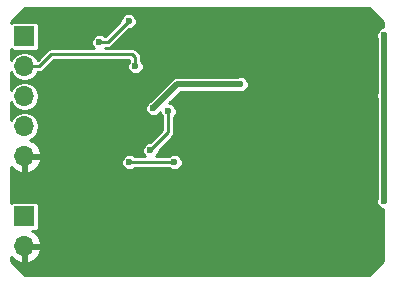
<source format=gbr>
G04 #@! TF.FileFunction,Copper,L2,Bot,Signal*
%FSLAX46Y46*%
G04 Gerber Fmt 4.6, Leading zero omitted, Abs format (unit mm)*
G04 Created by KiCad (PCBNEW 4.0.6) date Thu Aug 31 18:27:20 2017*
%MOMM*%
%LPD*%
G01*
G04 APERTURE LIST*
%ADD10C,0.100000*%
%ADD11R,1.700000X1.700000*%
%ADD12O,1.700000X1.700000*%
%ADD13C,0.600000*%
%ADD14C,0.500000*%
%ADD15C,0.250000*%
%ADD16C,0.254000*%
G04 APERTURE END LIST*
D10*
D11*
X124460000Y-106680000D03*
D12*
X124460000Y-109220000D03*
D11*
X124460000Y-91440000D03*
D12*
X124460000Y-93980000D03*
X124460000Y-96520000D03*
X124460000Y-99060000D03*
X124460000Y-101600000D03*
D13*
X154940000Y-96440000D03*
X154940000Y-91360000D03*
X154940000Y-105410000D03*
X142748000Y-95504000D03*
X135382000Y-97536000D03*
X130556000Y-90170000D03*
X133858000Y-93980000D03*
X136652000Y-97790000D03*
X135128000Y-101092000D03*
X133270000Y-90170000D03*
X130810000Y-91948000D03*
X133350000Y-102108000D03*
X137160000Y-102108000D03*
D14*
X154940000Y-96440000D02*
X154940000Y-96520000D01*
X154940000Y-91440000D02*
X154940000Y-96520000D01*
X154940000Y-96520000D02*
X154940000Y-105410000D01*
X154940000Y-91360000D02*
X154940000Y-91440000D01*
X137414000Y-95504000D02*
X142748000Y-95504000D01*
X135382000Y-97536000D02*
X137414000Y-95504000D01*
D15*
X124460000Y-93980000D02*
X125730000Y-93980000D01*
X133858000Y-93218000D02*
X133858000Y-93980000D01*
X133604000Y-92964000D02*
X133858000Y-93218000D01*
X126746000Y-92964000D02*
X133604000Y-92964000D01*
X125730000Y-93980000D02*
X126746000Y-92964000D01*
X136652000Y-99568000D02*
X136652000Y-97790000D01*
X135128000Y-101092000D02*
X136652000Y-99568000D01*
X131492000Y-91948000D02*
X130810000Y-91948000D01*
X131492000Y-91948000D02*
X133270000Y-90170000D01*
X134112000Y-102108000D02*
X133350000Y-102108000D01*
X137160000Y-102108000D02*
X134112000Y-102108000D01*
D16*
G36*
X154813000Y-90222606D02*
X154813000Y-90678889D01*
X154805135Y-90678882D01*
X154554748Y-90782339D01*
X154363013Y-90973741D01*
X154259118Y-91223946D01*
X154258882Y-91494865D01*
X154309000Y-91616161D01*
X154309000Y-96183818D01*
X154259118Y-96303946D01*
X154258882Y-96574865D01*
X154309000Y-96696161D01*
X154309000Y-105153818D01*
X154259118Y-105273946D01*
X154258882Y-105544865D01*
X154362339Y-105795252D01*
X154553741Y-105986987D01*
X154803946Y-106090882D01*
X154813000Y-106090890D01*
X154813000Y-110437394D01*
X153617394Y-111633000D01*
X124512606Y-111633000D01*
X123317000Y-110437394D01*
X123317000Y-110128085D01*
X123578642Y-110415183D01*
X124103108Y-110661486D01*
X124333000Y-110540819D01*
X124333000Y-109347000D01*
X124587000Y-109347000D01*
X124587000Y-110540819D01*
X124816892Y-110661486D01*
X125341358Y-110415183D01*
X125731645Y-109986924D01*
X125901476Y-109576890D01*
X125780155Y-109347000D01*
X124587000Y-109347000D01*
X124333000Y-109347000D01*
X124313000Y-109347000D01*
X124313000Y-109093000D01*
X124333000Y-109093000D01*
X124333000Y-109073000D01*
X124587000Y-109073000D01*
X124587000Y-109093000D01*
X125780155Y-109093000D01*
X125901476Y-108863110D01*
X125731645Y-108453076D01*
X125341358Y-108024817D01*
X125114895Y-107918464D01*
X125310000Y-107918464D01*
X125451190Y-107891897D01*
X125580865Y-107808454D01*
X125667859Y-107681134D01*
X125698464Y-107530000D01*
X125698464Y-105830000D01*
X125671897Y-105688810D01*
X125588454Y-105559135D01*
X125461134Y-105472141D01*
X125310000Y-105441536D01*
X123610000Y-105441536D01*
X123468810Y-105468103D01*
X123339135Y-105551546D01*
X123317000Y-105583942D01*
X123317000Y-102508085D01*
X123578642Y-102795183D01*
X124103108Y-103041486D01*
X124333000Y-102920819D01*
X124333000Y-101727000D01*
X124587000Y-101727000D01*
X124587000Y-102920819D01*
X124816892Y-103041486D01*
X125341358Y-102795183D01*
X125731645Y-102366924D01*
X125783028Y-102242865D01*
X132668882Y-102242865D01*
X132772339Y-102493252D01*
X132963741Y-102684987D01*
X133213946Y-102788882D01*
X133484865Y-102789118D01*
X133735252Y-102685661D01*
X133807038Y-102614000D01*
X136702877Y-102614000D01*
X136773741Y-102684987D01*
X137023946Y-102788882D01*
X137294865Y-102789118D01*
X137545252Y-102685661D01*
X137736987Y-102494259D01*
X137840882Y-102244054D01*
X137841118Y-101973135D01*
X137737661Y-101722748D01*
X137546259Y-101531013D01*
X137296054Y-101427118D01*
X137025135Y-101426882D01*
X136774748Y-101530339D01*
X136702962Y-101602000D01*
X135581031Y-101602000D01*
X135704987Y-101478259D01*
X135808882Y-101228054D01*
X135808970Y-101126622D01*
X137009796Y-99925796D01*
X137119483Y-99761638D01*
X137158000Y-99568000D01*
X137158000Y-98247123D01*
X137228987Y-98176259D01*
X137332882Y-97926054D01*
X137333118Y-97655135D01*
X137229661Y-97404748D01*
X137038259Y-97213013D01*
X136788054Y-97109118D01*
X136701326Y-97109042D01*
X137675368Y-96135000D01*
X142491818Y-96135000D01*
X142611946Y-96184882D01*
X142882865Y-96185118D01*
X143133252Y-96081661D01*
X143324987Y-95890259D01*
X143428882Y-95640054D01*
X143429118Y-95369135D01*
X143325661Y-95118748D01*
X143134259Y-94927013D01*
X142884054Y-94823118D01*
X142613135Y-94822882D01*
X142491839Y-94873000D01*
X137414000Y-94873000D01*
X137172527Y-94921032D01*
X136967816Y-95057816D01*
X135116965Y-96908667D01*
X134996748Y-96958339D01*
X134805013Y-97149741D01*
X134701118Y-97399946D01*
X134700882Y-97670865D01*
X134804339Y-97921252D01*
X134995741Y-98112987D01*
X135245946Y-98216882D01*
X135516865Y-98217118D01*
X135767252Y-98113661D01*
X135958987Y-97922259D01*
X135970909Y-97893547D01*
X135970882Y-97924865D01*
X136074339Y-98175252D01*
X136146000Y-98247038D01*
X136146000Y-99358408D01*
X135093439Y-100410969D01*
X134993135Y-100410882D01*
X134742748Y-100514339D01*
X134551013Y-100705741D01*
X134447118Y-100955946D01*
X134446882Y-101226865D01*
X134550339Y-101477252D01*
X134674870Y-101602000D01*
X133807123Y-101602000D01*
X133736259Y-101531013D01*
X133486054Y-101427118D01*
X133215135Y-101426882D01*
X132964748Y-101530339D01*
X132773013Y-101721741D01*
X132669118Y-101971946D01*
X132668882Y-102242865D01*
X125783028Y-102242865D01*
X125901476Y-101956890D01*
X125780155Y-101727000D01*
X124587000Y-101727000D01*
X124333000Y-101727000D01*
X124313000Y-101727000D01*
X124313000Y-101473000D01*
X124333000Y-101473000D01*
X124333000Y-101453000D01*
X124587000Y-101453000D01*
X124587000Y-101473000D01*
X125780155Y-101473000D01*
X125901476Y-101243110D01*
X125731645Y-100833076D01*
X125341358Y-100404817D01*
X124916053Y-100205083D01*
X124955200Y-100197296D01*
X125354565Y-99930448D01*
X125621413Y-99531083D01*
X125715117Y-99060000D01*
X125621413Y-98588917D01*
X125354565Y-98189552D01*
X124955200Y-97922704D01*
X124484117Y-97829000D01*
X124435883Y-97829000D01*
X123964800Y-97922704D01*
X123565435Y-98189552D01*
X123317000Y-98561360D01*
X123317000Y-97018640D01*
X123565435Y-97390448D01*
X123964800Y-97657296D01*
X124435883Y-97751000D01*
X124484117Y-97751000D01*
X124955200Y-97657296D01*
X125354565Y-97390448D01*
X125621413Y-96991083D01*
X125715117Y-96520000D01*
X125621413Y-96048917D01*
X125354565Y-95649552D01*
X124955200Y-95382704D01*
X124484117Y-95289000D01*
X124435883Y-95289000D01*
X123964800Y-95382704D01*
X123565435Y-95649552D01*
X123317000Y-96021360D01*
X123317000Y-94478640D01*
X123565435Y-94850448D01*
X123964800Y-95117296D01*
X124435883Y-95211000D01*
X124484117Y-95211000D01*
X124955200Y-95117296D01*
X125354565Y-94850448D01*
X125598082Y-94486000D01*
X125730000Y-94486000D01*
X125923638Y-94447483D01*
X126087796Y-94337796D01*
X126955592Y-93470000D01*
X133352000Y-93470000D01*
X133352000Y-93522877D01*
X133281013Y-93593741D01*
X133177118Y-93843946D01*
X133176882Y-94114865D01*
X133280339Y-94365252D01*
X133471741Y-94556987D01*
X133721946Y-94660882D01*
X133992865Y-94661118D01*
X134243252Y-94557661D01*
X134434987Y-94366259D01*
X134538882Y-94116054D01*
X134539118Y-93845135D01*
X134435661Y-93594748D01*
X134364000Y-93522962D01*
X134364000Y-93218000D01*
X134325483Y-93024362D01*
X134215796Y-92860204D01*
X133961796Y-92606204D01*
X133797638Y-92496517D01*
X133604000Y-92458000D01*
X131263031Y-92458000D01*
X131267038Y-92454000D01*
X131492000Y-92454000D01*
X131685638Y-92415483D01*
X131849796Y-92305796D01*
X133304561Y-90851031D01*
X133404865Y-90851118D01*
X133655252Y-90747661D01*
X133846987Y-90556259D01*
X133950882Y-90306054D01*
X133951118Y-90035135D01*
X133847661Y-89784748D01*
X133656259Y-89593013D01*
X133406054Y-89489118D01*
X133135135Y-89488882D01*
X132884748Y-89592339D01*
X132693013Y-89783741D01*
X132589118Y-90033946D01*
X132589030Y-90135378D01*
X131282408Y-91442000D01*
X131267123Y-91442000D01*
X131196259Y-91371013D01*
X130946054Y-91267118D01*
X130675135Y-91266882D01*
X130424748Y-91370339D01*
X130233013Y-91561741D01*
X130129118Y-91811946D01*
X130128882Y-92082865D01*
X130232339Y-92333252D01*
X130356870Y-92458000D01*
X126746000Y-92458000D01*
X126552362Y-92496517D01*
X126388204Y-92606204D01*
X125566970Y-93427438D01*
X125354565Y-93109552D01*
X124955200Y-92842704D01*
X124484117Y-92749000D01*
X124435883Y-92749000D01*
X123964800Y-92842704D01*
X123565435Y-93109552D01*
X123317000Y-93481360D01*
X123317000Y-92538260D01*
X123331546Y-92560865D01*
X123458866Y-92647859D01*
X123610000Y-92678464D01*
X125310000Y-92678464D01*
X125451190Y-92651897D01*
X125580865Y-92568454D01*
X125667859Y-92441134D01*
X125698464Y-92290000D01*
X125698464Y-90590000D01*
X125671897Y-90448810D01*
X125588454Y-90319135D01*
X125461134Y-90232141D01*
X125310000Y-90201536D01*
X123610000Y-90201536D01*
X123468810Y-90228103D01*
X123339135Y-90311546D01*
X123317000Y-90343942D01*
X123317000Y-90222606D01*
X124512606Y-89027000D01*
X153617394Y-89027000D01*
X154813000Y-90222606D01*
X154813000Y-90222606D01*
G37*
X154813000Y-90222606D02*
X154813000Y-90678889D01*
X154805135Y-90678882D01*
X154554748Y-90782339D01*
X154363013Y-90973741D01*
X154259118Y-91223946D01*
X154258882Y-91494865D01*
X154309000Y-91616161D01*
X154309000Y-96183818D01*
X154259118Y-96303946D01*
X154258882Y-96574865D01*
X154309000Y-96696161D01*
X154309000Y-105153818D01*
X154259118Y-105273946D01*
X154258882Y-105544865D01*
X154362339Y-105795252D01*
X154553741Y-105986987D01*
X154803946Y-106090882D01*
X154813000Y-106090890D01*
X154813000Y-110437394D01*
X153617394Y-111633000D01*
X124512606Y-111633000D01*
X123317000Y-110437394D01*
X123317000Y-110128085D01*
X123578642Y-110415183D01*
X124103108Y-110661486D01*
X124333000Y-110540819D01*
X124333000Y-109347000D01*
X124587000Y-109347000D01*
X124587000Y-110540819D01*
X124816892Y-110661486D01*
X125341358Y-110415183D01*
X125731645Y-109986924D01*
X125901476Y-109576890D01*
X125780155Y-109347000D01*
X124587000Y-109347000D01*
X124333000Y-109347000D01*
X124313000Y-109347000D01*
X124313000Y-109093000D01*
X124333000Y-109093000D01*
X124333000Y-109073000D01*
X124587000Y-109073000D01*
X124587000Y-109093000D01*
X125780155Y-109093000D01*
X125901476Y-108863110D01*
X125731645Y-108453076D01*
X125341358Y-108024817D01*
X125114895Y-107918464D01*
X125310000Y-107918464D01*
X125451190Y-107891897D01*
X125580865Y-107808454D01*
X125667859Y-107681134D01*
X125698464Y-107530000D01*
X125698464Y-105830000D01*
X125671897Y-105688810D01*
X125588454Y-105559135D01*
X125461134Y-105472141D01*
X125310000Y-105441536D01*
X123610000Y-105441536D01*
X123468810Y-105468103D01*
X123339135Y-105551546D01*
X123317000Y-105583942D01*
X123317000Y-102508085D01*
X123578642Y-102795183D01*
X124103108Y-103041486D01*
X124333000Y-102920819D01*
X124333000Y-101727000D01*
X124587000Y-101727000D01*
X124587000Y-102920819D01*
X124816892Y-103041486D01*
X125341358Y-102795183D01*
X125731645Y-102366924D01*
X125783028Y-102242865D01*
X132668882Y-102242865D01*
X132772339Y-102493252D01*
X132963741Y-102684987D01*
X133213946Y-102788882D01*
X133484865Y-102789118D01*
X133735252Y-102685661D01*
X133807038Y-102614000D01*
X136702877Y-102614000D01*
X136773741Y-102684987D01*
X137023946Y-102788882D01*
X137294865Y-102789118D01*
X137545252Y-102685661D01*
X137736987Y-102494259D01*
X137840882Y-102244054D01*
X137841118Y-101973135D01*
X137737661Y-101722748D01*
X137546259Y-101531013D01*
X137296054Y-101427118D01*
X137025135Y-101426882D01*
X136774748Y-101530339D01*
X136702962Y-101602000D01*
X135581031Y-101602000D01*
X135704987Y-101478259D01*
X135808882Y-101228054D01*
X135808970Y-101126622D01*
X137009796Y-99925796D01*
X137119483Y-99761638D01*
X137158000Y-99568000D01*
X137158000Y-98247123D01*
X137228987Y-98176259D01*
X137332882Y-97926054D01*
X137333118Y-97655135D01*
X137229661Y-97404748D01*
X137038259Y-97213013D01*
X136788054Y-97109118D01*
X136701326Y-97109042D01*
X137675368Y-96135000D01*
X142491818Y-96135000D01*
X142611946Y-96184882D01*
X142882865Y-96185118D01*
X143133252Y-96081661D01*
X143324987Y-95890259D01*
X143428882Y-95640054D01*
X143429118Y-95369135D01*
X143325661Y-95118748D01*
X143134259Y-94927013D01*
X142884054Y-94823118D01*
X142613135Y-94822882D01*
X142491839Y-94873000D01*
X137414000Y-94873000D01*
X137172527Y-94921032D01*
X136967816Y-95057816D01*
X135116965Y-96908667D01*
X134996748Y-96958339D01*
X134805013Y-97149741D01*
X134701118Y-97399946D01*
X134700882Y-97670865D01*
X134804339Y-97921252D01*
X134995741Y-98112987D01*
X135245946Y-98216882D01*
X135516865Y-98217118D01*
X135767252Y-98113661D01*
X135958987Y-97922259D01*
X135970909Y-97893547D01*
X135970882Y-97924865D01*
X136074339Y-98175252D01*
X136146000Y-98247038D01*
X136146000Y-99358408D01*
X135093439Y-100410969D01*
X134993135Y-100410882D01*
X134742748Y-100514339D01*
X134551013Y-100705741D01*
X134447118Y-100955946D01*
X134446882Y-101226865D01*
X134550339Y-101477252D01*
X134674870Y-101602000D01*
X133807123Y-101602000D01*
X133736259Y-101531013D01*
X133486054Y-101427118D01*
X133215135Y-101426882D01*
X132964748Y-101530339D01*
X132773013Y-101721741D01*
X132669118Y-101971946D01*
X132668882Y-102242865D01*
X125783028Y-102242865D01*
X125901476Y-101956890D01*
X125780155Y-101727000D01*
X124587000Y-101727000D01*
X124333000Y-101727000D01*
X124313000Y-101727000D01*
X124313000Y-101473000D01*
X124333000Y-101473000D01*
X124333000Y-101453000D01*
X124587000Y-101453000D01*
X124587000Y-101473000D01*
X125780155Y-101473000D01*
X125901476Y-101243110D01*
X125731645Y-100833076D01*
X125341358Y-100404817D01*
X124916053Y-100205083D01*
X124955200Y-100197296D01*
X125354565Y-99930448D01*
X125621413Y-99531083D01*
X125715117Y-99060000D01*
X125621413Y-98588917D01*
X125354565Y-98189552D01*
X124955200Y-97922704D01*
X124484117Y-97829000D01*
X124435883Y-97829000D01*
X123964800Y-97922704D01*
X123565435Y-98189552D01*
X123317000Y-98561360D01*
X123317000Y-97018640D01*
X123565435Y-97390448D01*
X123964800Y-97657296D01*
X124435883Y-97751000D01*
X124484117Y-97751000D01*
X124955200Y-97657296D01*
X125354565Y-97390448D01*
X125621413Y-96991083D01*
X125715117Y-96520000D01*
X125621413Y-96048917D01*
X125354565Y-95649552D01*
X124955200Y-95382704D01*
X124484117Y-95289000D01*
X124435883Y-95289000D01*
X123964800Y-95382704D01*
X123565435Y-95649552D01*
X123317000Y-96021360D01*
X123317000Y-94478640D01*
X123565435Y-94850448D01*
X123964800Y-95117296D01*
X124435883Y-95211000D01*
X124484117Y-95211000D01*
X124955200Y-95117296D01*
X125354565Y-94850448D01*
X125598082Y-94486000D01*
X125730000Y-94486000D01*
X125923638Y-94447483D01*
X126087796Y-94337796D01*
X126955592Y-93470000D01*
X133352000Y-93470000D01*
X133352000Y-93522877D01*
X133281013Y-93593741D01*
X133177118Y-93843946D01*
X133176882Y-94114865D01*
X133280339Y-94365252D01*
X133471741Y-94556987D01*
X133721946Y-94660882D01*
X133992865Y-94661118D01*
X134243252Y-94557661D01*
X134434987Y-94366259D01*
X134538882Y-94116054D01*
X134539118Y-93845135D01*
X134435661Y-93594748D01*
X134364000Y-93522962D01*
X134364000Y-93218000D01*
X134325483Y-93024362D01*
X134215796Y-92860204D01*
X133961796Y-92606204D01*
X133797638Y-92496517D01*
X133604000Y-92458000D01*
X131263031Y-92458000D01*
X131267038Y-92454000D01*
X131492000Y-92454000D01*
X131685638Y-92415483D01*
X131849796Y-92305796D01*
X133304561Y-90851031D01*
X133404865Y-90851118D01*
X133655252Y-90747661D01*
X133846987Y-90556259D01*
X133950882Y-90306054D01*
X133951118Y-90035135D01*
X133847661Y-89784748D01*
X133656259Y-89593013D01*
X133406054Y-89489118D01*
X133135135Y-89488882D01*
X132884748Y-89592339D01*
X132693013Y-89783741D01*
X132589118Y-90033946D01*
X132589030Y-90135378D01*
X131282408Y-91442000D01*
X131267123Y-91442000D01*
X131196259Y-91371013D01*
X130946054Y-91267118D01*
X130675135Y-91266882D01*
X130424748Y-91370339D01*
X130233013Y-91561741D01*
X130129118Y-91811946D01*
X130128882Y-92082865D01*
X130232339Y-92333252D01*
X130356870Y-92458000D01*
X126746000Y-92458000D01*
X126552362Y-92496517D01*
X126388204Y-92606204D01*
X125566970Y-93427438D01*
X125354565Y-93109552D01*
X124955200Y-92842704D01*
X124484117Y-92749000D01*
X124435883Y-92749000D01*
X123964800Y-92842704D01*
X123565435Y-93109552D01*
X123317000Y-93481360D01*
X123317000Y-92538260D01*
X123331546Y-92560865D01*
X123458866Y-92647859D01*
X123610000Y-92678464D01*
X125310000Y-92678464D01*
X125451190Y-92651897D01*
X125580865Y-92568454D01*
X125667859Y-92441134D01*
X125698464Y-92290000D01*
X125698464Y-90590000D01*
X125671897Y-90448810D01*
X125588454Y-90319135D01*
X125461134Y-90232141D01*
X125310000Y-90201536D01*
X123610000Y-90201536D01*
X123468810Y-90228103D01*
X123339135Y-90311546D01*
X123317000Y-90343942D01*
X123317000Y-90222606D01*
X124512606Y-89027000D01*
X153617394Y-89027000D01*
X154813000Y-90222606D01*
M02*

</source>
